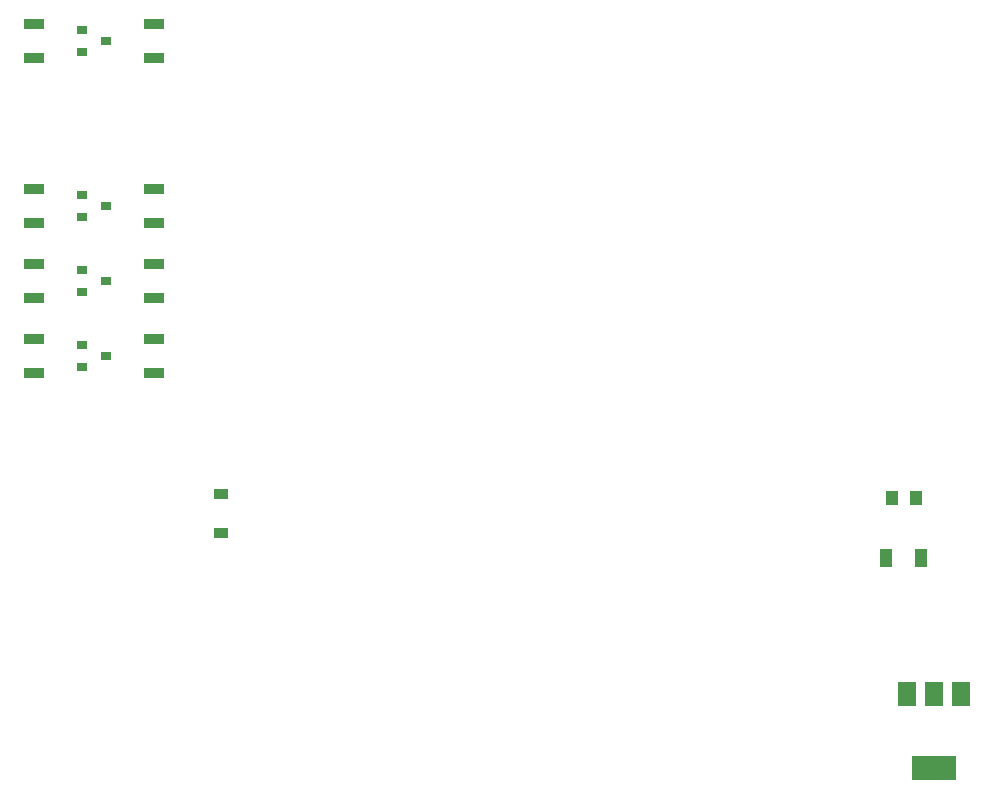
<source format=gtp>
G04 #@! TF.FileFunction,Paste,Top*
%FSLAX46Y46*%
G04 Gerber Fmt 4.6, Leading zero omitted, Abs format (unit mm)*
G04 Created by KiCad (PCBNEW 4.0.4-stable) date 12/10/17 00:47:25*
%MOMM*%
%LPD*%
G01*
G04 APERTURE LIST*
%ADD10C,0.250000*%
%ADD11R,1.000000X1.600000*%
%ADD12R,1.000000X1.250000*%
%ADD13R,0.900000X0.800000*%
%ADD14R,1.700000X0.900000*%
%ADD15R,1.200000X0.900000*%
%ADD16R,3.800000X2.000000*%
%ADD17R,1.500000X2.000000*%
G04 APERTURE END LIST*
D10*
D11*
X175030000Y-118745000D03*
X178030000Y-118745000D03*
D12*
X175530000Y-113665000D03*
X177530000Y-113665000D03*
D13*
X106950000Y-100650000D03*
X106950000Y-102550000D03*
X108950000Y-101600000D03*
X106950000Y-94300000D03*
X106950000Y-96200000D03*
X108950000Y-95250000D03*
X106950000Y-87950000D03*
X106950000Y-89850000D03*
X108950000Y-88900000D03*
X106950000Y-73980000D03*
X106950000Y-75880000D03*
X108950000Y-74930000D03*
D14*
X102870000Y-100150000D03*
X102870000Y-103050000D03*
X102870000Y-93800000D03*
X102870000Y-96700000D03*
X102870000Y-87450000D03*
X102870000Y-90350000D03*
X102870000Y-73480000D03*
X102870000Y-76380000D03*
X113030000Y-100150000D03*
X113030000Y-103050000D03*
X113030000Y-93800000D03*
X113030000Y-96700000D03*
X113030000Y-87450000D03*
X113030000Y-90350000D03*
X113030000Y-73480000D03*
X113030000Y-76380000D03*
D15*
X118745000Y-116585000D03*
X118745000Y-113285000D03*
D16*
X179070000Y-136500000D03*
D17*
X179070000Y-130200000D03*
X176770000Y-130200000D03*
X181370000Y-130200000D03*
M02*

</source>
